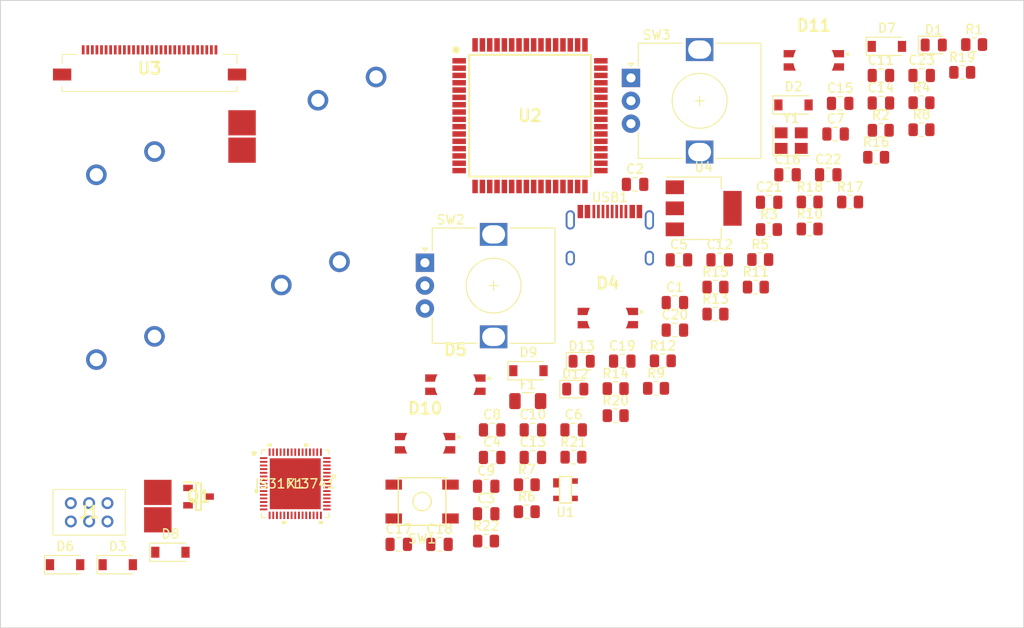
<source format=kicad_pcb>
(kicad_pcb (version 20211014) (generator pcbnew)
  (layers (0 "F.Cu" signal) (31 "B.Cu" signal) (34 "B.Paste" user) (35 "F.Paste" user) (36 "B.SilkS" user "B.Silkscreen") (37 "F.SilkS" user "F.Silkscreen") (38 "B.Mask" user) (39 "F.Mask" user) (44 "Edge.Cuts" user))
  (net 0 "")
  (net 1 "Net-(C1-Pad1)")
  (net 2 "GND")
  (net 3 "XTAL1")
  (net 4 "VCC")
  (net 5 "Net-(C3-Pad2)")
  (net 6 "XTAL2")
  (net 7 "+5V")
  (net 8 "Net-(C15-Pad1)")
  (net 9 "Net-(C15-Pad2)")
  (net 10 "Net-(C16-Pad1)")
  (net 11 "Net-(C16-Pad2)")
  (net 12 "3.3V")
  (net 13 "Net-(C22-Pad2)")
  (net 14 "Net-(C23-Pad2)")
  (net 15 "Net-(D1-Pad2)")
  (net 16 "ROT1_ROW")
  (net 17 "Net-(D2-Pad2)")
  (net 18 "ROT2_ROW")
  (net 19 "Net-(D3-Pad2)")
  (net 20 "CS1_B")
  (net 21 "CS2_G")
  (net 22 "CS3_R")
  (net 23 "SW1")
  (net 24 "SW2")
  (net 25 "Net-(D6-Pad2)")
  (net 26 "Net-(D7-Pad2)")
  (net 27 "Net-(D8-Pad2)")
  (net 28 "Net-(D9-Pad2)")
  (net 29 "CS4_B")
  (net 30 "CS5_G")
  (net 31 "CS6_R")
  (net 32 "Net-(D12-Pad2)")
  (net 33 "MISO")
  (net 34 "SCK")
  (net 35 "MOSI")
  (net 36 "RESET")
  (net 37 "COL00")
  (net 38 "COL01")
  (net 39 "SCL_3.3")
  (net 40 "SDA")
  (net 41 "D-")
  (net 42 "Net-(R3-Pad2)")
  (net 43 "D+")
  (net 44 "Net-(R4-Pad2)")
  (net 45 "Net-(R5-Pad2)")
  (net 46 "Net-(R6-Pad2)")
  (net 47 "Net-(R7-Pad1)")
  (net 48 "SCL")
  (net 49 "Net-(R10-Pad1)")
  (net 50 "Net-(R11-Pad1)")
  (net 51 "Net-(R12-Pad1)")
  (net 52 "Net-(R13-Pad1)")
  (net 53 "Net-(R14-Pad1)")
  (net 54 "Net-(R15-Pad1)")
  (net 55 "Net-(R16-Pad2)")
  (net 56 "Net-(R17-Pad2)")
  (net 57 "Net-(R21-Pad2)")
  (net 58 "Net-(D13-PadC)")
  (net 59 "/DC{slash}SA0_3.3V")
  (net 60 "SDA_3.3")
  (net 61 "Net-(SJ2-Pad2)")
  (net 62 "ENCODER_A1")
  (net 63 "ENCODER_B1")
  (net 64 "ENCODER_A2")
  (net 65 "ENCODER_B2")
  (net 82 "COL02")
  (footprint "Capacitor_SMD:C_0805_2012Metric" (layer "F.Cu") (at 153.13 65.82)
    (fp_text reference "C2" (at 0 -1.68) (layer "F.SilkS"))
    (fp_text value "22pF")
    (pad "1" smd roundrect (at -0.95 0) (size 1 1.45) (layers "F.Cu" "F.Paste" "F.Mask") (net 2 "GND"))
    (pad "2" smd roundrect (at 0.95 0) (size 1 1.45) (layers "F.Cu" "F.Paste" "F.Mask") (net 3 "XTAL1"))
  )
  (footprint "Capacitor_SMD:C_0805_2012Metric" (layer "F.Cu") (at 169.78 64.77)
    (fp_text reference "C16" (at 0 -1.68) (layer "F.SilkS"))
    (fp_text value "2.2uF")
    (pad "1" smd roundrect (at -0.95 0) (size 1 1.45) (layers "F.Cu" "F.Paste" "F.Mask") (net 10 "Net-(C16-Pad1)"))
    (pad "2" smd roundrect (at 0.95 0) (size 1 1.45) (layers "F.Cu" "F.Paste" "F.Mask") (net 11 "Net-(C16-Pad2)"))
  )
  (footprint "Capacitor_SMD:C_0805_2012Metric" (layer "F.Cu") (at 136.87 101.83)
    (fp_text reference "C3" (at 0 -1.68) (layer "F.SilkS"))
    (fp_text value "1uF")
    (pad "1" smd roundrect (at -0.95 0) (size 1 1.45) (layers "F.Cu" "F.Paste" "F.Mask") (net 4 "VCC"))
    (pad "2" smd roundrect (at 0.95 0) (size 1 1.45) (layers "F.Cu" "F.Paste" "F.Mask") (net 5 "Net-(C3-Pad2)"))
  )
  (footprint "Resistor_SMD:R_0805_2012Metric" (layer "F.Cu") (at 136.85 104.81)
    (fp_text reference "R22" (at 0 -1.65) (layer "F.SilkS"))
    (fp_text value "10K")
    (pad "1" smd roundrect (at -0.9125 0) (size 1.025 1.4) (layers "F.Cu" "F.Paste" "F.Mask") (roundrect_rratio 0.243902) (net 58 "Net-(D13-PadC)"))
    (pad "2" smd roundrect (at 0.9125 0) (size 1.025 1.4) (layers "F.Cu" "F.Paste" "F.Mask") (roundrect_rratio 0.243902) (net 2 "GND"))
  )
  (footprint "Capacitor_SMD:C_0805_2012Metric" (layer "F.Cu") (at 175.03 60.32)
    (fp_text reference "C7" (at 0 -1.68) (layer "F.SilkS"))
    (fp_text value "10uF")
    (pad "1" smd roundrect (at -0.95 0) (size 1 1.45) (layers "F.Cu" "F.Paste" "F.Mask") (net 4 "VCC"))
    (pad "2" smd roundrect (at 0.95 0) (size 1 1.45) (layers "F.Cu" "F.Paste" "F.Mask") (net 2 "GND"))
  )
  (footprint "Capacitor_SMD:C_0805_2012Metric" (layer "F.Cu") (at 157.48 81.75)
    (fp_text reference "C20" (at 0 -1.68) (layer "F.SilkS"))
    (fp_text value "10uF")
    (pad "1" smd roundrect (at -0.95 0) (size 1 1.45) (layers "F.Cu" "F.Paste" "F.Mask") (net 12 "3.3V"))
    (pad "2" smd roundrect (at 0.95 0) (size 1 1.45) (layers "F.Cu" "F.Paste" "F.Mask") (net 2 "GND"))
  )
  (footprint "Resistor_SMD:R_0805_2012Metric" (layer "F.Cu") (at 156.16 85.11)
    (fp_text reference "R12" (at 0 -1.65) (layer "F.SilkS"))
    (fp_text value "51")
    (pad "1" smd roundrect (at -0.9125 0) (size 1.025 1.4) (layers "F.Cu" "F.Paste" "F.Mask") (roundrect_rratio 0.243902) (net 51 "Net-(R12-Pad1)"))
    (pad "2" smd roundrect (at 0.9125 0) (size 1.025 1.4) (layers "F.Cu" "F.Paste" "F.Mask") (roundrect_rratio 0.243902) (net 22 "CS3_R"))
  )
  (footprint "Breadboard:IS31FL3741-QFLS4-TR" (layer "F.Cu") (at 116.016999 98.546999)
    (fp_text reference "X1" (at 0 0) (layer "F.SilkS"))
    (fp_text value "IS31FL3741" (at 0 0) (layer "F.SilkS"))
    (fp_text user "*" (at -4.491 -3) (layer "F.SilkS"))
    (fp_text user "*" (at -4.491 -3) (layer "F.SilkS"))
    (pad "1" smd rect (at -3.452 -2.799999 90) (size 0.204 0.807999) (layers "F.Cu" "F.Paste" "F.Mask"))
    (pad "2" smd rect (at -3.452 -2.4 90) (size 0.204 0.807999) (layers "F.Cu" "F.Paste" "F.Mask"))
    (pad "3" smd rect (at -3.452 -2.000001 90) (size 0.204 0.807999) (layers "F.Cu" "F.Paste" "F.Mask"))
    (pad "4" smd rect (at -3.452 -1.599999 90) (size 0.204 0.807999) (layers "F.Cu" "F.Paste" "F.Mask"))
    (pad "5" smd rect (at -3.452 -1.2 90) (size 0.204 0.807999) (layers "F.Cu" "F.Paste" "F.Mask"))
    (pad "6" smd rect (at -3.452 -0.800001 90) (size 0.204 0.807999) (layers "F.Cu" "F.Paste" "F.Mask"))
    (pad "7" smd rect (at -3.452 -0.399999 90) (size 0.204 0.807999) (layers "F.Cu" "F.Paste" "F.Mask"))
    (pad "8" smd rect (at -3.452 0 90) (size 0.204 0.807999) (layers "F.Cu" "F.Paste" "F.Mask") (net 2 "GND"))
    (pad "9" smd rect (at -3.452 0.399999 90) (size 0.204 0.807999) (layers "F.Cu" "F.Paste" "F.Mask") (net 40 "SDA"))
    (pad "10" smd rect (at -3.452 0.800001 90) (size 0.204 0.807999) (layers "F.Cu" "F.Paste" "F.Mask") (net 48 "SCL"))
    (pad "11" smd rect (at -3.452 1.2 90) (size 0.204 0.807999) (layers "F.Cu" "F.Paste" "F.Mask") (net 55 "Net-(R16-Pad2)"))
    (pad "12" smd rect (at -3.452 1.599999 90) (size 0.204 0.807999) (layers "F.Cu" "F.Paste" "F.Mask") (net 2 "GND"))
    (pad "13" smd rect (at -3.452 1.999999 90) (size 0.204 0.807999) (layers "F.Cu" "F.Paste" "F.Mask") (net 56 "Net-(R17-Pad2)"))
    (pad "14" smd rect (at -3.452 2.4 90) (size 0.204 0.807999) (layers "F.Cu" "F.Paste" "F.Mask") (net 4 "VCC"))
    (pad "15" smd rect (at -3.452 2.799999 90) (size 0.204 0.807999) (layers "F.Cu" "F.Paste" "F.Mask") (net 4 "VCC"))
    (pad "16" smd rect (at -2.799999 3.452) (size 0.204 0.807999) (layers "F.Cu" "F.Paste" "F.Mask") (net 23 "SW1"))
    (pad "17" smd rect (at -2.4 3.452) (size 0.204 0.807999) (layers "F.Cu" "F.Paste" "F.Mask") (net 24 "SW2"))
    (pad "18" smd rect (at -2.000001 3.452) (size 0.204 0.807999) (layers "F.Cu" "F.Paste" "F.Mask"))
    (pad "19" smd rect (at -1.599999 3.452) (size 0.204 0.807999) (layers "F.Cu" "F.Paste" "F.Mask"))
    (pad "20" smd rect (at -1.2 3.452) (size 0.204 0.807999) (layers "F.Cu" "F.Paste" "F.Mask"))
    (pad "21" smd rect (at -0.800001 3.452) (size 0.204 0.807999) (layers "F.Cu" "F.Paste" "F.Mask"))
    (pad "22" smd rect (at -0.399999 3.452) (size 0.204 0.807999) (layers "F.Cu" "F.Paste" "F.Mask"))
    (pad "23" smd rect (at 0 3.452) (size 0.204 0.807999) (layers "F.Cu" "F.Paste" "F.Mask"))
    (pad "24" smd rect (at 0.399999 3.452) (size 0.204 0.807999) (layers "F.Cu" "F.Paste" "F.Mask"))
    (pad "25" smd rect (at 0.800001 3.452) (size 0.204 0.807999) (layers "F.Cu" "F.Paste" "F.Mask") (net 4 "VCC"))
    (pad "26" smd rect (at 1.2 3.452) (size 0.204 0.807999) (layers "F.Cu" "F.Paste" "F.Mask") (net 49 "Net-(R10-Pad1)"))
    (pad "27" smd rect (at 1.599999 3.452) (size 0.204 0.807999) (layers "F.Cu" "F.Paste" "F.Mask") (net 50 "Net-(R11-Pad1)"))
    (pad "28" smd rect (at 1.999999 3.452) (size 0.204 0.807999) (layers "F.Cu" "F.Paste" "F.Mask") (net 51 "Net-(R12-Pad1)"))
    (pad "29" smd rect (at 2.4 3.452) (size 0.204 0.807999) (layers "F.Cu" "F.Paste" "F.Mask") (net 52 "Net-(R13-Pad1)"))
    (pad "30" smd rect (at 2.799999 3.452) (size 0.204 0.807999) (layers "F.Cu" "F.Paste" "F.Mask") (net 53 "Net-(R14-Pad1)"))
    (pad "31" smd rect (at 3.452 2.799999 90) (size 0.204 0.807999) (layers "F.Cu" "F.Paste" "F.Mask") (net 54 "Net-(R15-Pad1)"))
    (pad "32" smd rect (at 3.452 2.4 90) (size 0.204 0.807999) (layers "F.Cu" "F.Paste" "F.Mask"))
    (pad "33" smd rect (at 3.452 2.000001 90) (size 0.204 0.807999) (layers "F.Cu" "F.Paste" "F.Mask"))
    (pad "34" smd rect (at 3.452 1.599999 90) (size 0.204 0.807999) (layers "F.Cu" "F.Paste" "F.Mask"))
    (pad "35" smd rect (at 3.452 1.2 90) (size 0.204 0.807999) (layers "F.Cu" "F.Paste" "F.Mask"))
    (pad "36" smd rect (at 3.452 0.800001 90) (size 0.204 0.807999) (layers "F.Cu" "F.Paste" "F.Mask") (net 2 "GND"))
    (pad "37" smd rect (at 3.452 0.399999 90) (size 0.204 0.807999) (layers "F.Cu" "F.Paste" "F.Mask"))
    (pad "38" smd rect (at 3.452 0 90) (size 0.204 0.807999) (layers "F.Cu" "F.Paste" "F.Mask"))
    (pad "39" smd rect (at 3.452 -0.399999 90) (size 0.204 0.807999) (layers "F.Cu" "F.Paste" "F.Mask"))
    (pad "40" smd rect (at 3.452 -0.800001 90) (size 0.204 0.807999) (layers "F.Cu" "F.Paste" "F.Mask"))
    (pad "41" smd rect (at 3.452 -1.2 90) (size 0.204 0.807999) (layers "F.Cu" "F.Paste" "F.Mask"))
    (pad "42" smd rect (at 3.452 -1.599999 90) (size 0.204 0.807999) (layers "F.Cu" "F.Paste" "F.Mask"))
    (pad "43" smd rect (at 3.452 -1.999999 90) (size 0.204 0.807999) (layers "F.Cu" "F.Paste" "F.Mask"))
    (pad "44" smd rect (at 3.452 -2.4 90) (size 0.204 0.807999) (layers "F.Cu" "F.Paste" "F.Mask"))
    (pad "45" smd rect (at 3.452 -2.799999 90) (size 0.204 0.807999) (layers "F.Cu" "F.Paste" "F.Mask"))
    (pad "46" smd rect (at 2.799999 -3.452) (size 0.204 0.807999) (layers "F.Cu" "F.Paste" "F.Mask"))
    (pad "47" smd rect (at 2.4 -3.452) (size 0.204 0.807999) (layers "F.Cu" "F.Paste" "F.Mask"))
    (pad "48" smd rect (at 2.000001 -3.452) (size 0.204 0.807999) (layers "F.Cu" "F.Paste" "F.Mask"))
    (pad "49" smd rect (at 1.599999 -3.452) (size 0.204 0.807999) (layers "F.Cu" "F.Paste" "F.Mask"))
    (pad "50" smd rect (at 1.2 -3.452) (size 0.204 0.807999) (layers "F.Cu" "F.Paste" "F.Mask"))
    (pad "51" smd rect (at 0.800001 -3.452) (size 0.204 0.807999) (layers "F.Cu" "F.Paste" "F.Mask"))
    (pad "52" smd rect (at 0.399999 -3.452) (size 0.204 0.807999) (layers "F.Cu" "F.Paste" "F.Mask"))
    (pad "53" smd rect (at 0 -3.452) (size 0.204 0.807999) (layers "F.Cu" "F.Paste" "F.Mask"))
    (pad "54" smd rect (at -0.399999 -3.452) (size 0.204 0.807999) (layers "F.Cu" "F.Paste" "F.Mask"))
    (pad "55" smd rect (at -0.800001 -3.452) (size 0.204 0.807999) (layers "F.Cu" "F.Paste" "F.Mask") (net 2 "GND"))
    (pad "56" smd rect (at -1.2 -3.452) (size 0.204 0.807999) (layers "F.Cu" "F.Paste" "F.Mask"))
    (pad "57" smd rect (at -1.599999 -3.452) (size 0.204 0.807999) (layers "F.Cu" "F.Paste" "F.Mask"))
    (pad "58" smd rect (at -1.999999 -3.452) (size 0.204 0.807999) (layers "F.Cu" "F.Paste" "F.Mask"))
    (pad "59" smd rect (at -2.4 -3.452) (size 0.204 0.807999) (layers "F.Cu" "F.Paste" "F.Mask"))
    (pad "60" smd rect (at -2.799999 -3.452) (size 0.204 0.807999) (layers "F.Cu" "F.Paste" "F.Mask"))
    (pad "61" smd rect (at 0 0) (size 5.5626 5.5626) (layers "F.Cu" "F.Mask"))
  )
  (footprint "Resistor_SMD:R_0805_2012Metric" (layer "F.Cu") (at 190.16 50.54)
    (fp_text reference "R1" (at 0 -1.65) (layer "F.SilkS"))
    (fp_text value "200")
    (pad "1" smd roundrect (at -0.9125 0) (size 1.025 1.4) (layers "F.Cu" "F.Paste" "F.Mask") (roundrect_rratio 0.243902) (net 15 "Net-(D1-Pad2)"))
    (pad "2" smd roundrect (at 0.9125 0) (size 1.025 1.4) (layers "F.Cu" "F.Paste" "F.Mask") (roundrect_rratio 0.243902) (net 4 "VCC"))
  )
  (footprint "Capacitor_SMD:C_0805_2012Metric" (layer "F.Cu") (at 137.52 92.66)
    (fp_text reference "C8" (at 0 -1.68) (layer "F.SilkS"))
    (fp_text value "1uF")
    (pad "1" smd roundrect (at -0.95 0) (size 1 1.45) (layers "F.Cu" "F.Paste" "F.Mask") (net 4 "VCC"))
    (pad "2" smd roundrect (at 0.95 0) (size 1 1.45) (layers "F.Cu" "F.Paste" "F.Mask") (net 2 "GND"))
  )
  (footprint "LED_SMD:LED_0805_2012Metric" (layer "F.Cu") (at 185.75 50.585)
    (fp_text reference "D1" (at 0 -1.65) (layer "F.SilkS"))
    (fp_text value "LED_RED")
    (pad "1" smd roundrect (at -0.9375 0) (size 0.975 1.4) (layers "F.Cu" "F.Paste" "F.Mask") (net 2 "GND"))
    (pad "2" smd roundrect (at 0.9375 0) (size 0.975 1.4) (layers "F.Cu" "F.Paste" "F.Mask") (net 15 "Net-(D1-Pad2)"))
  )
  (footprint "Crystal:Crystal_SMD_3225-4Pin_3.2x2.5mm" (layer "F.Cu") (at 170.18 61.04)
    (fp_text reference "Y1" (at 0 -2.45) (layer "F.SilkS"))
    (fp_text value "16MHz")
    (pad "1" smd rect (at -1.1 0.85) (size 1.4 1.2) (layers "F.Cu" "F.Paste" "F.Mask") (net 3 "XTAL1"))
    (pad "2" smd rect (at 1.1 0.85) (size 1.4 1.2) (layers "F.Cu" "F.Paste" "F.Mask") (net 2 "GND"))
    (pad "3" smd rect (at 1.1 -0.85) (size 1.4 1.2) (layers "F.Cu" "F.Paste" "F.Mask") (net 6 "XTAL2"))
    (pad "4" smd rect (at -1.1 -0.85) (size 1.4 1.2) (layers "F.Cu" "F.Paste" "F.Mask") (net 2 "GND"))
  )
  (footprint "LED_SMD:LED_0805_2012Metric" (layer "F.Cu") (at 147.3 85.155)
    (fp_text reference "D13" (at 0 -1.65) (layer "F.SilkS"))
    (fp_text value "GREEN")
    (pad "1" smd roundrect (at -0.9375 0) (size 0.975 1.4) (layers "F.Cu" "F.Paste" "F.Mask"))
    (pad "2" smd roundrect (at 0.9375 0) (size 0.975 1.4) (layers "F.Cu" "F.Paste" "F.Mask"))
  )
  (footprint "Resistor_SMD:R_0805_2012Metric" (layer "F.Cu") (at 166.32 77.05)
    (fp_text reference "R11" (at 0 -1.65) (layer "F.SilkS"))
    (fp_text value "22")
    (pad "1" smd roundrect (at -0.9125 0) (size 1.025 1.4) (layers "F.Cu" "F.Paste" "F.Mask") (roundrect_rratio 0.243902) (net 50 "Net-(R11-Pad1)"))
    (pad "2" smd roundrect (at 0.9125 0) (size 1.025 1.4) (layers "F.Cu" "F.Paste" "F.Mask") (roundrect_rratio 0.243902) (net 21 "CS2_G"))
  )
  (footprint "Resistor_SMD:R_0805_2012Metric" (layer "F.Cu") (at 166.8 74.04)
    (fp_text reference "R5" (at 0 -1.65) (layer "F.SilkS"))
    (fp_text value "5.1k")
    (pad "1" smd roundrect (at -0.9125 0) (size 1.025 1.4) (layers "F.Cu" "F.Paste" "F.Mask") (roundrect_rratio 0.243902) (net 2 "GND"))
    (pad "2" smd roundrect (at 0.9125 0) (size 1.025 1.4) (layers "F.Cu" "F.Paste" "F.Mask") (roundrect_rratio 0.243902) (net 45 "Net-(R5-Pad2)"))
  )
  (footprint "Diode_SMD:D_SOD-123" (layer "F.Cu") (at 96.63 107.39)
    (fp_text reference "D3" (at 0 -2) (layer "F.SilkS"))
    (fp_text value "SOD-123")
    (pad "1" smd rect (at -1.65 0) (size 0.9 1.2) (layers "F.Cu" "F.Paste" "F.Mask") (net 18 "ROT2_ROW"))
    (pad "2" smd rect (at 1.65 0) (size 0.9 1.2) (layers "F.Cu" "F.Paste" "F.Mask") (net 19 "Net-(D3-Pad2)"))
  )
  (footprint "Resistor_SMD:R_0805_2012Metric" (layer "F.Cu") (at 161.91 80)
    (fp_text reference "R13" (at 0 -1.65) (layer "F.SilkS"))
    (fp_text value "22")
    (pad "1" smd roundrect (at -0.9125 0) (size 1.025 1.4) (layers "F.Cu" "F.Paste" "F.Mask") (roundrect_rratio 0.243902) (net 52 "Net-(R13-Pad1)"))
    (pad "2" smd roundrect (at 0.9125 0) (size 1.025 1.4) (layers "F.Cu" "F.Paste" "F.Mask") (roundrect_rratio 0.243902) (net 29 "CS4_B"))
  )
  (footprint "SamacSys_Parts:MXOnly-1U-NoLED_3Pins" (layer "F.Cu") (at 98.105 67.315)
    (fp_text reference "MX4")
    (fp_text value "MX-NoLED")
    (pad "" np_thru_hole circle locked (at 0 0) (size 3.9878 3.9878) (drill 3.9878) (layers *.Cu *.Mask))
    (pad "1" thru_hole circle locked (at -3.81 -2.54) (size 2.25 2.25) (drill 1.47) (layers *.Cu "B.Mask") (net 38 "COL01"))
    (pad "2" thru_hole circle locked (at 2.54 -5.08) (size 2.25 2.25) (drill 1.47) (layers *.Cu "B.Mask") (net 28 "Net-(D9-Pad2)"))
  )
  (footprint "Resistor_SMD:R_0805_2012Metric" (layer "F.Cu") (at 151.01 91.1)
    (fp_text reference "R20" (at 0 -1.65) (layer "F.SilkS"))
    (fp_text value "10K")
    (pad "1" smd roundrect (at -0.9125 0) (size 1.025 1.4) (layers "F.Cu" "F.Paste" "F.Mask") (roundrect_rratio 0.243902) (net 7 "+5V"))
    (pad "2" smd roundrect (at 0.9125 0) (size 1.025 1.4) (layers "F.Cu" "F.Paste" "F.Mask") (roundrect_rratio 0.243902))
  )
  (footprint "SamacSys_Parts:AT90USB1286-AU" (layer "F.Cu") (at 141.655 58.315)
    (fp_text reference "U2" (at 0 0) (layer "F.SilkS") (effects (font (size 1.27 1.27) (thickness 0.254))))
    (fp_text value "AT90USB1286-AU" hide)
    (pad "1" smd rect locked (at -7.738 -6 90) (size 0.6 1.475) (layers "F.Cu" "F.Paste" "F.Mask"))
    (pad "2" smd rect locked (at -7.738 -5.2 90) (size 0.6 1.475) (layers "F.Cu" "F.Paste" "F.Mask"))
    (pad "3" smd rect locked (at -7.738 -4.4 90) (size 0.6 1.475) (layers "F.Cu" "F.Paste" "F.Mask") (net 7 "+5V"))
    (pad "4" smd rect locked (at -7.738 -3.6 90) (size 0.6 1.475) (layers "F.Cu" "F.Paste" "F.Mask") (net 41 "D-"))
    (pad "5" smd rect locked (at -7.738 -2.8 90) (size 0.6 1.475) (layers "F.Cu" "F.Paste" "F.Mask") (net 43 "D+"))
    (pad "6" smd rect locked (at -7.738 -2 90) (size 0.6 1.475) (layers "F.Cu" "F.Paste" "F.Mask") (net 2 "GND"))
    (pad "7" smd rect locked (at -7.738 -1.2 90) (size 0.6 1.475) (layers "F.Cu" "F.Paste" "F.Mask") (net 1 "Net-(C1-Pad1)"))
    (pad "8" smd rect locked (at -7.738 -0.4 90) (size 0.6 1.475) (layers "F.Cu" "F.Paste" "F.Mask") (net 7 "+5V"))
    (pad "9" smd rect locked (at -7.738 0.4 90) (size 0.6 1.475) (layers "F.Cu" "F.Paste" "F.Mask"))
    (pad "10" smd rect locked (at -7.738 1.2 90) (size 0.6 1.475) (layers "F.Cu" "F.Paste" "F.Mask"))
    (pad "11" smd rect locked (at -7.738 2 90) (size 0.6 1.475) (layers "F.Cu" "F.Paste" "F.Mask") (net 34 "SCK"))
    (pad "12" smd rect locked (at -7.738 2.8 90) (size 0.6 1.475) (layers "F.Cu" "F.Paste" "F.Mask") (net 35 "MOSI"))
    (pad "13" smd rect locked (at -7.738 3.6 90) (size 0.6 1.475) (layers "F.Cu" "F.Paste" "F.Mask") (net 33 "MISO"))
    (pad "14" smd rect locked (at -7.738 4.4 90) (size 0.6 1.475) (layers "F.Cu" "F.Paste" "F.Mask"))
    (pad "15" smd rect locked (at -7.738 5.2 90) (size 0.6 1.475) (layers "F.Cu" "F.Paste" "F.Mask"))
    (pad "16" smd rect locked (at -7.738 6 90) (size 0.6 1.475) (layers "F.Cu" "F.Paste" "F.Mask"))
    (pad "17" smd rect locked (at -6 7.738) (size 0.6 1.475) (layers "F.Cu" "F.Paste" "F.Mask"))
    (pad "18" smd rect locked (at -5.2 7.738) (size 0.6 1.475) (layers "F.Cu" "F.Paste" "F.Mask"))
    (pad "19" smd rect locked (at -4.4 7.738) (size 0.6 1.475) (layers "F.Cu" "F.Paste" "F.Mask"))
    (pad "20" smd rect locked (at -3.6 7.738) (size 0.6 1.475) (layers "F.Cu" "F.Paste" "F.Mask") (net 36 "RESET"))
    (pad "21" smd rect locked (at -2.8 7.738) (size 0.6 1.475) (layers "F.Cu" "F.Paste" "F.Mask") (net 7 "+5V"))
    (pad "22" smd rect locked (at -2 7.738) (size 0.6 1.475) (layers "F.Cu" "F.Paste" "F.Mask") (net 2 "GND"))
    (pad "23" smd rect locked (at -1.2 7.738) (size 0.6 1.475) (layers "F.Cu" "F.Paste" "F.Mask") (net 6 "XTAL2"))
    (pad "24" smd rect locked (at -0.4 7.738) (size 0.6 1.475) (layers "F.Cu" "F.Paste" "F.Mask") (net 3 "XTAL1"))
    (pad "25" smd rect locked (at 0.4 7.738) (size 0.6 1.475) (layers "F.Cu" "F.Paste" "F.Mask") (net 48 "SCL"))
    (pad "26" smd rect locked (at 1.2 7.738) (size 0.6 1.475) (layers "F.Cu" "F.Paste" "F.Mask") (net 40 "SDA"))
    (pad "27" smd rect locked (at 2 7.738) (size 0.6 1.475) (layers "F.Cu" "F.Paste" "F.Mask"))
    (pad "28" smd rect locked (at 2.8 7.738) (size 0.6 1.475) (layers "F.Cu" "F.Paste" "F.Mask"))
    (pad "29" smd rect locked (at 3.6 7.738) (size 0.6 1.475) (layers "F.Cu" "F.Paste" "F.Mask"))
    (pad "30" smd rect locked (at 4.4 7.738) (size 0.6 1.475) (layers "F.Cu" "F.Paste" "F.Mask"))
    (pad "31" smd rect locked (at 5.2 7.738) (size 0.6 1.475) (layers "F.Cu" "F.Paste" "F.Mask"))
    (pad "32" smd rect locked (at 6 7.738) (size 0.6 1.475) (layers "F.Cu" "F.Paste" "F.Mask"))
    (pad "33" smd rect locked (at 7.738 6 90) (size 0.6 1.475) (layers "F.Cu" "F.Paste" "F.Mask") (net 18 "ROT2_ROW"))
    (pad "34" smd rect locked (at 7.738 5.2 90) (size 0.6 1.475) (layers "F.Cu" "F.Paste" "F.Mask") (net 16 "ROT1_ROW"))
    (pad "35" smd rect locked (at 7.738 4.4 90) (size 0.6 1.475) (layers "F.Cu" "F.Paste" "F.Mask") (net 37 "COL00"))
    (pad "36" smd rect locked (at 7.738 3.6 90) (size 0.6 1.475) (layers "F.Cu" "F.Paste" "F.Mask") (net 38 "COL01"))
    (pad "37" smd rect locked (at 7.738 2.8 90) (size 0.6 1.475) (layers "F.Cu" "F.Paste" "F.Mask") (net 82 "COL02"))
    (pad "38" smd rect locked (at 7.738 2 90) (size 0.6 1.475) (layers "F.Cu" "F.Paste" "F.Mask"))
    (pad "39" smd rect locked (at 7.738 1.2 90) (size 0.6 1.475) (layers "F.Cu" "F.Paste" "F.Mask"))
    (pad "40" smd rect locked (at 7.738 0.4 90) (size 0.6 1.475) (layers "F.Cu" "F.Paste" "F.Mask"))
    (pad "41" smd rect locked (at 7.738 -0.4 90) (size 0.6 1.475) (layers "F.Cu" "F.Paste" "F.Mask"))
    (pad "42" smd rect locked (at 7.738 -1.2 90) (size 0.6 1.475) (layers "F.Cu" "F.Paste" "F.Mask"))
    (pad "43" smd rect locked (at 7.738 -2 90) (size 0.6 1.475) (layers "F.Cu" "F.Paste" "F.Mask") (net 47 "Net-(R7-Pad1)"))
    (pad "44" smd rect locked (at 7.738 -2.8 90) (size 0.6 1.475) (layers "F.Cu" "F.Paste" "F.Mask"))
    (pad "45" smd rect locked (at 7.738 -3.6 90) (size 0.6 1.475) (layers "F.Cu" "F.Paste" "F.Mask"))
    (pad "46" smd rect locked (at 7.738 -4.4 90) (size 0.6 1.475) (layers "F.Cu" "F.Paste" "F.Mask"))
    (pad "47" smd rect locked (at 7.738 -5.2 90) (size 0.6 1.475) (layers "F.Cu" "F.Paste" "F.Mask"))
    (pad "48" smd rect locked (at 7.738 -6 90) (size 0.6 1.475) (layers "F.Cu" "F.Paste" "F.Mask"))
    (pad "49" smd rect locked (at 6 -7.738) (size 0.6 1.475) (layers "F.Cu" "F.Paste" "F.Mask"))
    (pad "50" smd rect locked (at 5.2 -7.738) (size 0.6 1.475) (layers "F.Cu" "F.Paste" "F.Mask"))
    (pad "51" smd rect locked (at 4.4 -7.738) (size 0.6 1.475) (layers "F.Cu" "F.Paste" "F.Mask"))
    (pad "52" smd rect locked (at 3.6 -7.738) (size 0.6 1.475) (layers "F.Cu" "F.Paste" "F.Mask") (net 7 "+5V"))
    (pad "53" smd rect locked (at 2.8 -7.738) (size 0.6 1.475) (layers "F.Cu" "F.Paste" "F.Mask") (net 2 "GND"))
    (pad "54" smd rect locked (at 2 -7.738) (size 0.6 1.475) (layers "F.Cu" "F.Paste" "F.Mask"))
    (pad "55" smd rect locked (at 1.2 -7.738) (size 0.6 1.475) (layers "F.Cu" "F.Paste" "F.Mask"))
    (pad "56" smd rect locked (at 0.4 -7.738) (size 0.6 1.475) (layers "F.Cu" "F.Paste" "F.Mask"))
    (pad "57" smd rect locked (at -0.4 -7.738) (size 0.6 1.475) (layers "F.Cu" "F.Paste" "F.Mask"))
    (pad "58" smd rect locked (at -1.2 -7.738) (size 0.6 1.475) (layers "F.Cu" "F.Paste" "F.Mask") (net 65 "ENCODER_B2"))
    (pad "59" smd rect locked (at -2 -7.738) (size 0.6 1.475) (layers "F.Cu" "F.Paste" "F.Mask") (net 64 "ENCODER_A2"))
    (pad "60" smd rect locked (at -2.8 -7.738) (size 0.6 1.475) (layers "F.Cu" "F.Paste" "F.Mask") (net 63 "ENCODER_B1"))
    (pad "61" smd rect locked (at -3.6 -7.738) (size 0.6 1.475) (layers "F.Cu" "F.Paste" "F.Mask") (net 62 "ENCODER_A1"))
    (pad "62" smd rect locked (at -4.4 -7.738) (size 0.6 1.475) (layers "F.Cu" "F.Paste" "F.Mask"))
    (pad "63" smd rect locked (at -5.2 -7.738) (size 0.6 1.475) (layers "F.Cu" "F.Paste" "F.Mask") (net 2 "GND"))
    (pad "64" smd rect locked (at -6 -7.738) (size 0.6 1.475) (layers "F.Cu" "F.Paste" "F.Mask") (net 7 "+5V"))
  )
  (footprint "Diode_SMD:D_SOD-123" (layer "F.Cu") (at 102.38 106.03)
    (fp_text reference "D8" (at 0 -2) (layer "F.SilkS"))
    (fp_text value "SOD-123")
    (pad "1" smd rect (at -1.65 0) (size 0.9 1.2) (layers "F.Cu" "F.Paste" "F.Mask") (net 18 "ROT2_ROW"))
    (pad "2" smd rect (at 1.65 0) (size 0.9 1.2) (layers "F.Cu" "F.Paste" "F.Mask") (net 27 "Net-(D8-Pad2)"))
  )
  (footprint "Resistor_SMD:R_0805_2012Metric" (layer "F.Cu") (at 167.75 70.76)
    (fp_text reference "R3" (at 0 -1.65) (layer "F.SilkS"))
    (fp_text value "22")
    (pad "1" smd roundrect (at -0.9125 0) (size 1.025 1.4) (layers "F.Cu" "F.Paste" "F.Mask") (roundrect_rratio 0.243902) (net 41 "D-"))
    (pad "2" smd roundrect (at 0.9125 0) (size 1.025 1.4) (layers "F.Cu" "F.Paste" "F.Mask") (roundrect_rratio 0.243902) (net 42 "Net-(R3-Pad2)"))
  )
  (footprint "random-keyboard-parts:SKQG-1155865" (layer "F.Cu") (at 129.87 100.49)
    (fp_text reference "SW1" (at 0 4.064) (layer "F.SilkS"))
    (fp_text value "SW_Push")
    (pad "1" smd rect locked (at 3.1 1.85) (size 1.8 1.1) (layers "F.Cu" "F.Paste" "F.Mask") (net 2 "GND"))
    (pad "2" smd rect locked (at -3.1 -1.85) (size 1.8 1.1) (layers "F.Cu" "F.Paste" "F.Mask") (net 36 "RESET"))
    (pad "3" smd rect locked (at 3.1 -1.85) (size 1.8 1.1) (layers "F.Cu" "F.Paste" "F.Mask"))
    (pad "4" smd rect locked (at -3.1 1.85) (size 1.8 1.1) (layers "F.Cu" "F.Paste" "F.Mask"))
  )
  (footprint "Rotary_Encoder:RotaryEncoder_Alps_EC12E_Vertical_H20mm" (layer "F.Cu") (at 130.18 74.39)
    (fp_text reference "SW2" (at 2.8 -4.7) (layer "F.SilkS"))
    (fp_text value "RotaryEncoder_Switch")
    (pad "A" thru_hole rect (at 0 0) (size 2 2) (drill 1) (layers *.Cu *.Mask) (net 62 "ENCODER_A1"))
    (pad "B" thru_hole circle (at 0 5) (size 2 2) (drill 1) (layers *.Cu *.Mask) (net 63 "ENCODER_B1"))
    (pad "C" thru_hole circle (at 0 2.5) (size 2 2) (drill 1) (layers *.Cu *.Mask) (net 2 "GND"))
    (pad "MP" thru_hole rect (at 7.5 8.1) (size 3 2.5) (drill oval 2.5 2) (layers *.Cu *.Mask))
    (pad "MP" thru_hole rect (at 7.5 -3.1) (size 3 2.5) (drill oval 2.5 2) (layers *.Cu *.Mask))
  )
  (footprint "Capacitor_SMD:C_0805_2012Metric" (layer "F.Cu") (at 174.23 64.77)
    (fp_text reference "C22" (at 0 -1.68) (layer "F.SilkS"))
    (fp_text value "10uF")
    (pad "1" smd roundrect (at -0.95 0) (size 1 1.45) (layers "F.Cu" "F.Paste" "F.Mask") (net 2 "GND"))
    (pad "2" smd roundrect (at 0.95 0) (size 1 1.45) (layers "F.Cu" "F.Paste" "F.Mask") (net 13 "Net-(C22-Pad2)"))
  )
  (footprint "SamacSys_Parts:SOT95P240X120-3N" (layer "F.Cu") (at 105.455 99.95)
    (fp_text reference "Q1" (at 0 0) (layer "F.SilkS") (effects (font (size 1.27 1.27) (thickness 0.254))))
    (fp_text value "BSS138" hide)
    (pad "1" smd rect locked (at -1.15 -0.95 90) (size 0.7 1.05) (layers "F.Cu" "F.Paste" "F.Mask") (net 39 "SCL_3.3"))
    (pad "2" smd rect locked (at -1.15 0.95 90) (size 0.7 1.05) (layers "F.Cu" "F.Paste" "F.Mask") (net 12 "3.3V"))
    (pad "3" smd rect locked (at 1.15 0 90) (size 0.7 1.05) (layers "F.Cu" "F.Paste" "F.Mask") (net 40 "SDA"))
  )
  (footprint "Diode_SMD:D_SOD-123" (layer "F.Cu") (at 180.63 50.74)
    (fp_text reference "D7" (at 0 -2) (layer "F.SilkS"))
    (fp_text value "SOD-123")
    (pad "1" smd rect (at -1.65 0) (size 0.9 1.2) (layers "F.Cu" "F.Paste" "F.Mask") (net 16 "ROT1_ROW"))
    (pad "2" smd rect (at 1.65 0) (size 0.9 1.2) (layers "F.Cu" "F.Paste" "F.Mask") (net 26 "Net-(D7-Pad2)"))
  )
  (footprint "Fuse:Fuse_1206_3216Metric" (layer "F.Cu") (at 141.41 89.51)
    (fp_text reference "F1" (at 0 -1.82) (layer "F.SilkS"))
    (fp_text value "1A")
    (pad "1" smd roundrect (at -1.4 0) (size 1.25 1.75) (layers "F.Cu" "F.Paste" "F.Mask") (roundrect_rratio 0.2) (net 7 "+5V"))
    (pad "2" smd roundrect (at 1.4 0) (size 1.25 1.75) (layers "F.Cu" "F.Paste" "F.Mask") (roundrect_rratio 0.2) (net 4 "VCC"))
  )
  (footprint "Capacitor_SMD:C_0805_2012Metric" (layer "F.Cu") (at 127.32 105.17)
    (fp_text reference "C17" (at 0 -1.68) (layer "F.SilkS"))
    (fp_text value "1uF")
    (pad "1" smd roundrect (at -0.95 0) (size 1 1.45) (layers "F.Cu" "F.Paste" "F.Mask") (net 2 "GND"))
    (pad "2" smd roundrect (at 0.95 0) (size 1 1.45) (layers "F.Cu" "F.Paste" "F.Mask") (net 12 "3.3V"))
  )
  (footprint "Type-C:HRO-TYPE-C-31-M-12" (layer "F.Cu") (at 150.375 76.485)
    (fp_text reference "USB1" (at 0 -9.25) (layer "F.SilkS"))
    (fp_text value "HRO-TYPE-C-31-M-12")
    (pad "" np_thru_hole circle locked (at -2.89 -6.25) (size 0.65 0.65) (drill 0.65) (layers *.Cu *.Mask))
    (pad "" np_thru_hole circle locked (at 2.89 -6.25) (size 0.65 0.65) (drill 0.65) (layers *.Cu *.Mask))
    (pad "1" smd rect locked (at -3.225 -7.695) (size 0.6 1.45) (layers "F.Cu" "F.Paste" "F.Mask") (net 2 "GND"))
    (pad "2" smd rect locked (at -2.45 -7.695) (size 0.6 1.45) (layers "F.Cu" "F.Paste" "F.Mask") (net 4 "VCC"))
    (pad "3" smd rect locked (at -1.75 -7.695) (size 0.3 1.45) (layers "F.Cu" "F.Paste" "F.Mask"))
    (pad "4" smd rect locked (at -1.25 -7.695) (size 0.3 1.45) (layers "F.Cu" "F.Paste" "F.Mask") (net 45 "Net-(R5-Pad2)"))
    (pad "5" smd rect locked (at -0.75 -7.695) (size 0.3 1.45) (layers "F.Cu" "F.Paste" "F.Mask") (net 42 "Net-(R3-Pad2)"))
    (pad "6" smd rect locked (at -0.25 -7.695) (size 0.3 1.45) (layers "F.Cu" "F.Paste" "F.Mask") (net 44 "Net-(R4-Pad2)"))
    (pad "7" smd rect locked (at 0.25 -7.695) (size 0.3 1.45) (layers "F.Cu" "F.Paste" "F.Mask") (net 42 "Net-(R3-Pad2)"))
    (pad "8" smd rect locked (at 0.75 -7.695) (size 0.3 1.45) (layers "F.Cu" "F.Paste" "F.Mask") (net 44 "Net-(R4-Pad2)"))
    (pad "9" smd rect locked (at 1.25 -7.695) (size 0.3 1.45) (layers "F.Cu" "F.Paste" "F.Mask"))
    (pad "10" smd rect locked (at 1.75 -7.695) (size 0.3 1.45) (layers "F.Cu" "F.Paste" "F.Mask") (net 46 "Net-(R6-Pad2)"))
    (pad "11" smd rect locked (at 2.45 -7.695) (size 0.6 1.45) (layers "F.Cu" "F.Paste" "F.Mask") (net 4 "VCC"))
    (pad "12" smd rect locked (at 3.225 -7.695) (size 0.6 1.45) (layers "F.Cu" "F.Paste" "F.Mask") (net 2 "GND"))
    (pad "13" thru_hole oval locked (at 4.32 -2.6) (size 1 1.6) (drill oval 0.6 1.2) (layers *.Cu "B.Mask") (net 2 "GND"))
    (pad "13" thru_hole oval locked (at 4.32 -6.78) (size 1 2.1) (drill oval 0.6 1.7) (layers *.Cu "B.Mask") (net 2 "GND"))
    (pad "13" thru_hole oval locked (at -4.32 -2.6) (size 1 1.6) (drill oval 0.6 1.2) (layers *.Cu "B.Mask") (net 2 "GND"))
    (pad "13" thru_hole oval locked (at -4.32 -6.78) (size 1 2.1) (drill oval 0.6 1.7) (layers *.Cu "B.Mask") (net 2 "GND"))
  )
  (footprint "Diode_SMD:D_SOD-123" (layer "F.Cu") (at 141.48 86.19)
    (fp_text reference "D9" (at 0 -2) (layer "F.SilkS"))
    (fp_text value "SOD-123")
    (pad "1" smd rect (at -1.65 0) (size 0.9 1.2) (layers "F.Cu" "F.Paste" "F.Mask") (net 18 "ROT2_ROW"))
    (pad "2" smd rect (at 1.65 0) (size 0.9 1.2) (layers "F.Cu" "F.Paste" "F.Mask") (net 28 "Net-(D9-Pad2)"))
  )
  (footprint "SamacSys_Parts:5051103091" (layer "F.Cu") (at 100.105 53.14)
    (fp_text reference "U3" (at 0 0) (layer "F.SilkS") (effects (font (size 1.27 1.27) (thickness 0.254))))
    (fp_text value "UG-2864HSWEG01" hide)
    (pad "1" smd rect locked (at -7.25 -2.025) (size 0.3 1) (layers "F.Cu" "F.Paste" "F.Mask") (net 2 "GND"))
    (pad "2" smd rect locked (at -6.75 -2.025) (size 0.3 1) (layers "F.Cu" "F.Paste" "F.Mask") (net 9 "Net-(C15-Pad2)"))
    (pad "3" smd rect locked (at -6.25 -2.025) (size 0.3 1) (layers "F.Cu" "F.Paste" "F.Mask") (net 8 "Net-(C15-Pad1)"))
    (pad "4" smd rect locked (at -5.75 -2.025) (size 0.3 1) (layers "F.Cu" "F.Paste" "F.Mask") (net 11 "Net-(C16-Pad2)"))
    (pad "5" smd rect locked (at -5.25 -2.025) (size 0.3 1) (layers "F.Cu" "F.Paste" "F.Mask") (net 10 "Net-(C16-Pad1)"))
    (pad "6" smd rect locked (at -4.75 -2.025) (size 0.3 1) (layers "F.Cu" "F.Paste" "F.Mask") (net 12 "3.3V"))
    (pad "7" smd rect locked (at -4.25 -2.025) (size 0.3 1) (layers "F.Cu" "F.Paste" "F.Mask"))
    (pad "8" smd rect locked (at -3.75 -2.025) (size 0.3 1) (layers "F.Cu" "F.Paste" "F.Mask") (net 2 "GND"))
    (pad "9" smd rect locked (at -3.25 -2.025) (size 0.3 1) (layers "F.Cu" "F.Paste" "F.Mask") (net 12 "3.3V"))
    (pad "10" smd rect locked (at -2.75 -2.025) (size 0.3 1) (layers "F.Cu" "F.Paste" "F.Mask") (net 2 "GND"))
    (pad "11" smd rect locked (at -2.25 -2.025) (size 0.3 1) (layers "F.Cu" "F.Paste" "F.Mask") (net 12 "3.3V"))
    (pad "12" smd rect locked (at -1.75 -2.025) (size 0.3 1) (layers "F.Cu" "F.Paste" "F.Mask") (net 2 "GND"))
    (pad "13" smd rect locked (at -1.25 -2.025) (size 0.3 1) (layers "F.Cu" "F.Paste" "F.Mask"))
    (pad "14" smd rect locked (at -0.75 -2.025) (size 0.3 1) (layers "F.Cu" "F.Paste" "F.Mask") (net 36 "RESET"))
    (pad "15" smd rect locked (at -0.25 -2.025) (size 0.3 1) (layers "F.Cu" "F.Paste" "F.Mask") (net 59 "/DC{slash}SA0_3.3V"))
    (pad "16" smd rect locked (at 0.25 -2.025) (size 0.3 1) (layers "F.Cu" "F.Paste" "F.Mask"))
    (pad "17" smd rect locked (at 0.75 -2.025) (size 0.3 1) (layers "F.Cu" "F.Paste" "F.Mask"))
    (pad "18" smd rect locked (at 1.25 -2.025) (size 0.3 1) (layers "F.Cu" "F.Paste" "F.Mask") (net 39 "SCL_3.3"))
    (pad "19" smd rect locked (at 1.75 -2.025) (size 0.3 1) (layers "F.Cu" "F.Paste" "F.Mask") (net 60 "SDA_3.3"))
    (pad "20" smd rect locked (at 2.25 -2.025) (size 0.3 1) (layers "F.Cu" "F.Paste" "F.Mask") (net 61 "Net-(SJ2-Pad2)"))
    (pad "21" smd rect locked (at 2.75 -2.025) (size 0.3 1) (layers "F.Cu" "F.Paste" "F.Mask"))
    (pad "22" smd rect locked (at 3.25 -2.025) (size 0.3 1) (layers "F.Cu" "F.Paste" "F.Mask"))
    (pad "23" smd rect locked (at 3.75 -2.025) (size 0.3 1) (layers "F.Cu" "F.Paste" "F.Mask"))
    (pad "24" smd rect locked (at 4.25 -2.025) (size 0.3 1) (layers "F.Cu" "F.Paste" "F.Mask"))
    (pad "25" smd rect locked (at 4.75 -2.025) (size 0.3 1) (layers "F.Cu" "F.Paste" "F.Mask"))
    (pad "26" smd rect locked (at 5.25 -2.025) (size 0.3 1) (layers "F.Cu" "F.Paste" "F.Mask") (net 57 "Net-(R21-Pad2)"))
    (pad "27" smd rect locked (at 5.75 -2.025) (size 0.3 1) (layers "F.Cu" "F.Paste" "F.Mask") (net 13 "Net-(C22-Pad2)"))
    (pad "28" smd rect locked (at 6.25 -2.025) (size 0.3 1) (layers "F.Cu" "F.Paste" "F.Mask") (net 14 "Net-(C23-Pad2)"))
    (pad "29" smd rect locked (at 6.75 -2.025) (size 0.3 1) (layers "F.Cu" "F.Paste" "F.Mask") (net 2 "GND"))
    (pad "30" smd rect locked (at 7.25 -2.025) (size 0.3 1) (layers "F.Cu" "F.Paste" "F.Mask") (net 2 "GND"))
    (pad "MP1" smd rect locked (at -9.55 0.675 90) (size 1.3 2) (layers "F.Cu" "F.Paste" "F.Mask"))
    (pad "MP2" smd rect locked (at 9.55 0.675 90) (size 1.3 2) (layers "F.Cu" "F.Paste" "F.Mask"))
  )
  (footprint "Capacitor_SMD:C_0805_2012Metric" (layer "F.Cu") (at 157.92 74.07)
    (fp_text reference "C5" (at 0 -1.68) (layer "F.SilkS"))
    (fp_text value "10uF")
    (pad "1" smd roundrect (at -0.95 0) (size 1 1.45) (layers "F.Cu" "F.Paste" "F.Mask") (net 4 "VCC"))
    (pad "2" smd roundrect (at 0.95 0) (size 1 1.45) (layers "F.Cu" "F.Paste" "F.Mask") (net 2 "GND"))
  )
  (footprint "Capacitor_SMD:C_0805_2012Metric" (layer "F.Cu") (at 136.87 98.82)
    (fp_text reference "C9" (at 0 -1.68) (layer "F.SilkS"))
    (fp_text value "10uF")
    (pad "1" smd roundrect (at -0.95 0) (size 1 1.45) (layers "F.Cu" "F.Paste" "F.Mask") (net 4 "VCC"))
    (pad "2" smd roundrect (at 0.95 0) (size 1 1.45) (layers "F.Cu" "F.Paste" "F.Mask") (net 2 "GND"))
  )
  (footprint "Resistor_SMD:R_0805_2012Metric" (layer "F.Cu") (at 172.2 67.75)
    (fp_text reference "R18" (at 0 -1.65) (layer "F.SilkS"))
    (fp_text value "200")
    (pad "1" smd roundrect (at -0.9125 0) (size 1.025 1.4) (layers "F.Cu" "F.Paste" "F.Mask") (roundrect_rratio 0.243902) (net 32 "Net-(D12-Pad2)"))
    (pad "2" smd roundrect (at 0.9125 0) (size 1.025 1.4) (layers "F.Cu" "F.Paste" "F.Mask") (roundrect_rratio 0.243902) (net 7 "+5V"))
  )
  (footprint "Package_TO_SOT_SMD:SOT-223-3_TabPin2" (layer "F.Cu") (at 160.62 68.44)
    (fp_text reference "U4" (at 0 -4.5) (layer "F.SilkS"))
    (fp_text value "AP2112K-3.3")
    (pad "1" smd rect (at -3.15 -2.3) (size 2 1.5) (layers "F.Cu" "F.Paste" "F.Mask") (net 7 "+5V"))
    (pad "2" smd rect (at -3.15 0) (size 2 1.5) (layers "F.Cu" "F.Paste" "F.Mask") (net 2 "GND"))
    (pad "2" smd rect (at 3.15 0) (size 2 3.8) (layers "F.Cu" "F.Paste" "F.Mask") (net 2 "GND"))
    (pad "3" smd rect (at -3.15 2.3) (size 2 1.5) (layers "F.Cu" "F.Paste" "F.Mask") (net 7 "+5V"))
  )
  (footprint "Resistor_SMD:R_0805_2012Metric" (layer "F.Cu") (at 151.01 88.15)
    (fp_text reference "R14" (at 0 -1.65) (layer "F.SilkS"))
    (fp_text value "22")
    (pad "1" smd roundrect (at -0.9125 0) (size 1.025 1.4) (layers "F.Cu" "F.Paste" "F.Mask") (roundrect_rratio 0.243902) (net 53 "Net-(R14-Pad1)"))
    (pad "2" smd roundrect (at 0.9125 0) (size 1.025 1.4) (layers "F.Cu" "F.Paste" "F.Mask") (roundrect_rratio 0.243902) (net 30 "CS5_G"))
  )
  (footprint "Capacitor_SMD:C_0805_2012Metric" (layer "F.Cu") (at 184.43 53.92)
    (fp_text reference "C23" (at 0 -1.68) (layer "F.SilkS"))
    (fp_text value "10uF")
    (pad "1" smd roundrect (at -0.95 0) (size 1 1.45) (layers "F.Cu" "F.Paste" "F.Mask") (net 2 "GND"))
    (pad "2" smd roundrect (at 0.95 0) (size 1 1.45) (layers "F.Cu" "F.Paste" "F.Mask") (net 14 "Net-(C23-Pad2)"))
  )
  (footprint "SamacSys_Parts:QBLP677R-RGB" (layer "F.Cu") (at 150.155 80.435)
    (fp_text reference "D4" (at 0 -3.81) (layer "F.SilkS") (effects (font (size 1.27 1.27) (thickness 0.254))))
    (fp_text value "LED_BGRA" hide)
    (pad "" np_thru_hole circle locked (at 0 0) (size 4.5 4.5) (drill 4.5) (layers *.Cu *.Mask))
    (pad "1" smd rect locked (at 2.6 -0.725 90) (size 0.8 1.4) (layers "F.Cu" "F.Paste" "F.Mask") (net 20 "CS1_B"))
    (pad "2" smd rect locked (at -2.6 -0.725 90) (size 0.8 1.4) (layers "F.Cu" "F.Paste" "F.Mask") (net 21 "CS2_G"))
    (pad "3" smd rect locked (at -2.6 0.725 90) (size 0.8 1.4) (layers "F.Cu" "F.Paste" "F.Mask") (net 22 "CS3_R"))
    (pad "4" smd rect locked (at 2.6 0.725 90) (size 0.8 1.4) (layers "F.Cu" "F.Paste" "F.Mask") (net 23 "SW1"))
  )
  (footprint "SamacSys_Parts:SWR204NRTND03STGA" (layer "F.Cu") (at 91.505 102.665)
    (fp_text reference "J1" (at 2 -1) (layer "F.SilkS") (effects (font (size 1.27 1.27) (thickness 0.254))))
    (fp_text value "AVR-ISP-6" hide)
    (pad "1" thru_hole circle locked (at 0 0) (size 1.3 1.3) (drill 0.8) (layers *.Cu *.Mask) (net 33 "MISO"))
    (pad "2" thru_hole circle locked (at 0 -2) (size 1.3 1.3) (drill 0.8) (layers *.Cu *.Mask) (net 7 "+5V"))
    (pad "3" thru_hole circle locked (at 2 0) (size 1.3 1.3) (drill 0.8) (layers *.Cu *.Mask) (net 34 "SCK"))
    (pad "4" thru_hole circle locked (at 2 -2) (size 1.3 1.3) (drill 0.8) (layers *.Cu *.Mask) (net 35 "MOSI"))
    (pad "5" thru_hole circle locked (at 4 0) (size 1.3 1.3) (drill 0.8) (layers *.Cu *.Mask) (net 36 "RESET"))
    (pad "6" thru_hole circle locked (at 4 -2) (size 1.3 1.3) (drill 0.8) (layers *.Cu *.Mask) (net 2 "GND"))
  )
  (footprint "Capacitor_SMD:C_0805_2012Metric" (layer "F.Cu") (at 179.98 53.92)
    (fp_text reference "C11" (at 0 -1.68) (layer "F.SilkS"))
    (fp_text value "10uF")
    (pad "1" smd roundrect (at -0.95 0) (size 1 1.45) (layers "F.Cu" "F.Paste" "F.Mask") (net 2 "GND"))
    (pad "2" smd roundrect (at 0.95 0) (size 1 1.45) (layers "F.Cu" "F.Paste" "F.Mask") (net 7 "+5V"))
  )
  (footprint "random-keyboard-parts:Jumper-UserFriendly" (layer "F.Cu") (at 101.005 100.9886)
    (fp_text reference "SJ2")
    (fp_text value "SOLDERJUMPERCLOSED")
    (pad "1" smd rect locked (at 0 -1.4986) (size 3 2.75) (layers "F.Cu" "F.Mask") (net 60 "SDA_3.3"))
    (pad "2" smd rect locked (at 0 1.4986) (size 3 2.75) (layers "F.Cu" "F.Mask") (net 61 "Net-(SJ2-Pad2)"))
  )
  (footprint "SamacSys_Parts:MXOnly-1U-NoLED_3Pins" (layer "F.Cu") (at 122.305 59.165)
    (fp_text reference "MX3")
    (fp_text value "MX-NoLED")
    (pad "" np_thru_hole circle locked (at 0 0) (size 3.9878 3.9878) (drill 3.9878) (layers *.Cu *.Mask))
    (pad "1" thru_hole circle locked (at -3.81 -2.54) (size 2.25 2.25) (drill 1.47) (layers *.Cu "B.Mask") (net 37 "COL00"))
    (pad "2" thru_hole circle locked (at 2.54 -5.08) (size 2.25 2.25) (drill 1.47) (layers *.Cu "B.Mask") (net 27 "Net-(D8-Pad2)"))
  )
  (footprint "Resistor_SMD:R_0805_2012Metric" (layer "F.Cu") (at 179.96 59.91)
    (fp_text reference "R2" (at 0 -1.65) (layer "F.SilkS"))
    (fp_text value "10k")
    (pad "1" smd roundrect (at -0.9125 0) (size 1.025 1.4) (layers "F.Cu" "F.Paste" "F.Mask") (roundrect_rratio 0.243902) (net 7 "+5V"))
    (pad "2" smd roundrect (at 0.9125 0) (size 1.025 1.4) (layers "F.Cu" "F.Paste" "F.Mask") (roundrect_rratio 0.243902) (net 36 "RESET"))
  )
  (footprint "Capacitor_SMD:C_0805_2012Metric" (layer "F.Cu") (at 151.73 85.14)
    (fp_text reference "C19" (at 0 -1.68) (layer "F.SilkS"))
    (fp_text value "10uF")
    (pad "1" smd roundrect (at -0.95 0) (size 1 1.45) (layers "F.Cu" "F.Paste" "F.Mask") (net 7 "+5V"))
    (pad "2" smd roundrect (at 0.95 0) (size 1 1.45) (layers "F.Cu" "F.Paste" "F.Mask") (net 2 "GND"))
  )
  (footprint "random-keyboard-parts:Jumper-UserFriendly" (layer "F.Cu") (at 110.205 60.5886)
    (fp_text reference "SJ1")
    (fp_text value "SOLDERJUMPER")
    (pad "1" smd rect locked (at 0 -1.4986) (size 3 2.75) (layers "F.Cu" "F.Mask") (net 2 "GND"))
    (pad "2" smd rect locked (at 0 1.4986) (size 3 2.75) (layers "F.Cu" "F.Mask") (net 59 "/DC{slash}SA0_3.3V"))
  )
  (footprint "Capacitor_SMD:C_0805_2012Metric" (layer "F.Cu") (at 175.53 56.97)
    (fp_text reference "C15" (at 0 -1.68) (layer "F.SilkS"))
    (fp_text value "2.2uF")
    (pad "1" smd roundrect (at -0.95 0) (size 1 1.45) (layers "F.Cu" "F.Paste" "F.Mask") (net 8 "Net-(C15-Pad1)"))
    (pad "2" smd roundrect (at 0.95 0) (size 1 1.45) (layers "F.Cu" "F.Paste" "F.Mask") (net 9 "Net-(C15-Pad2)"))
  )
  (footprint "Resistor_SMD:R_0805_2012Metric" (layer "F.Cu") (at 141.3 98.65)
    (fp_text reference "R7" (at 0 -1.65) (layer "F.SilkS"))
    (fp_text value "10k")
    (pad "1" smd roundrect (at -0.9125 0) (size 1.025 1.4) (layers "F.Cu" "F.Paste" "F.Mask") (roundrect_rratio 0.243902) (net 47 "Net-(R7-Pad1)"))
    (pad "2" smd roundrect (at 0.9125 0) (size 1.025 1.4) (layers "F.Cu" "F.Paste" "F.Mask") (roundrect_rratio 0.243902) (net 2 "GND"))
  )
  (footprint "Capacitor_SMD:C_0805_2012Metric" (layer "F.Cu") (at 131.77 105.17)
    (fp_text reference "C18" (at 0 -1.68) (layer "F.SilkS"))
    (fp_text value "10uF")
    (pad "1" smd roundrect (at -0.95 0) (size 1 1.45) (layers "F.Cu" "F.Paste" "F.Mask") (net 2 "GND"))
    (pad "2" smd roundrect (at 0.95 0) (size 1 1.45) (layers "F.Cu" "F.Paste" "F.Mask") (net 12 "3.3V"))
  )
  (footprint "Capacitor_SMD:C_0805_2012Metric" (layer "F.Cu") (at 162.37 74.07)
    (fp_text reference "C12" (at 0 -1.68) (layer "F.SilkS"))
    (fp_text value "0.1uF")
    (pad "1" smd roundrect (at -0.95 0) (size 1 1.45) (layers "F.Cu" "F.Paste" "F.Mask") (net 2 "GND"))
    (pad "2" smd roundrect (at 0.95 0) (size 1 1.45) (layers "F.Cu" "F.Paste" "F.Mask") (net 7 "+5V"))
  )
  (footprint "Resistor_SMD:R_0805_2012Metric" (layer "F.Cu") (at 146.4 95.64)
    (fp_text reference "R21" (at 0 -1.65) (layer "F.SilkS"))
    (fp_text value "390K")
    (pad "1" smd roundrect (at -0.9125 0) (size 1.025 1.4) (layers "F.Cu" "F.Paste" "F.Mask") (roundrect_rratio 0.243902) (net 2 "GND"))
    (pad "2" smd roundrect (at 0.9125 0) (size 1.025 1.4) (layers "F.Cu" "F.Paste" "F.Mask") (roundrect_rratio 0.243902) (net 57 "Net-(R21-Pad2)"))
  )
  (footprint "SamacSys_Parts:QBLP677R-RGB" (layer "F.Cu") (at 133.505 87.715)
    (fp_text reference "D5" (at 0 -3.81) (layer "F.SilkS") (effects (font (size 1.27 1.27) (thickness 0.254))))
    (fp_text value "LED_BGRA" hide)
    (pad "" np_thru_hole circle locked (at 0 0) (size 4.5 4.5) (drill 4.5) (layers *.Cu *.Mask))
    (pad "1" smd rect locked (at 2.6 -0.725 90) (size 0.8 1.4) (layers "F.Cu" "F.Paste" "F.Mask") (net 20 "CS1_B"))
    (pad "2" smd rect locked (at -2.6 -0.725 90) (size 0.8 1.4) (layers "F.Cu" "F.Paste" "F.Mask") (net 21 "CS2_G"))
    (pad "3" smd rect locked (at -2.6 0.725 90) (size 0.8 1.4) (layers "F.Cu" "F.Paste" "F.Mask") (net 22 "CS3_R"))
    (pad "4" smd rect locked (at 2.6 0.725 90) (size 0.8 1.4) (layers "F.Cu" "F.Paste" "F.Mask") (net 24 "SW2"))
  )
  (footprint "Capacitor_SMD:C_0805_2012Metric" (layer "F.Cu") (at 146.42 92.66)
    (fp_text reference "C6" (at 0 -1.68) (layer "F.SilkS"))
    (fp_text value "10uF")
    (pad "1" smd roundrect (at -0.95 0) (size 1 1.45) (layers "F.Cu" "F.Paste" "F.Mask") (net 4 "VCC"))
    (pad "2" smd roundrect (at 0.95 0) (size 1 1.45) (layers "F.Cu" "F.Paste" "F.Mask") (net 2 "GND"))
  )
  (footprint "Resistor_SMD:R_0805_2012Metric" (layer "F.Cu") (at 176.61 67.75)
    (fp_text reference "R17" (at 0 -1.65) (layer "F.SilkS"))
    (fp_text value "10K")
    (pad "1" smd roundrect (at -0.9125 0) (size 1.025 1.4) (layers "F.Cu" "F.Paste" "F.Mask") (roundrect_rratio 0.243902) (net 2 "GND"))
    (pad "2" smd roundrect (at 0.9125 0) (size 1.025 1.4) (layers "F.Cu" "F.Paste" "F.Mask") (roundrect_rratio 0.243902) (net 56 "Net-(R17-Pad2)"))
  )
  (footprint "Capacitor_SMD:C_0805_2012Metric" (layer "F.Cu") (at 179.98 56.93)
    (fp_text reference "C14" (at 0 -1.68) (layer "F.SilkS"))
    (fp_text value "0.1uF")
    (pad "1" smd roundrect (at -0.95 0) (size 1 1.45) (layers "F.Cu" "F.Paste" "F.Mask") (net 2 "GND"))
    (pad "2" smd roundrect (at 0.95 0) (size 1 1.45) (layers "F.Cu" "F.Paste" "F.Mask") (net 7 "+5V"))
  )
  (footprint "Diode_SMD:D_SOD-123" (layer "F.Cu") (at 90.88 107.39)
    (fp_text reference "D6" (at 0 -2) (layer "F.SilkS"))
    (fp_text value "SOD-123")
    (pad "1" smd rect (at -1.65 0) (size 0.9 1.2) (layers "F.Cu" "F.Paste" "F.Mask") (net 16 "ROT1_ROW"))
    (pad "2" smd rect (at 1.65 0) (size 0.9 1.2) (layers "F.Cu" "F.Paste" "F.Mask") (net 25 "Net-(D6-Pad2)"))
  )
  (footprint "Capacitor_SMD:C_0805_2012Metric" (layer "F.Cu") (at 137.52 95.67)
    (fp_text reference "C4" (at 0 -1.68) (layer "F.SilkS"))
    (fp_text value "22pF")
    (pad "1" smd roundrect (at -0.95 0) (size 1 1.45) (layers "F.Cu" "F.Paste" "F.Mask") (net 2 "GND"))
    (pad "2" smd roundrect (at 0.95 0) (size 1 1.45) (layers "F.Cu" "F.Paste" "F.Mask") (net 6 "XTAL2"))
  )
  (footprint "Resistor_SMD:R_0805_2012Metric" (layer "F.Cu") (at 179.46 62.86)
    (fp_text reference "R16" (at 0 -1.65) (layer "F.SilkS"))
    (fp_text value "100K")
    (pad "1" smd roundrect (at -0.9125 0) (size 1.025 1.4) (layers "F.Cu" "F.Paste" "F.Mask") (roundrect_rratio 0.243902) (net 5 "Net-(C3-Pad2)"))
    (pad "2" smd roundrect (at 0.9125 0) (size 1.025 1.4) (layers "F.Cu" "F.Paste" "F.Mask") (roundrect_rratio 0.243902) (net 55 "Net-(R16-Pad2)"))
  )
  (footprint "Diode_SMD:D_SOD-123" (layer "F.Cu") (at 170.43 57.14)
    (fp_text reference "D2" (at 0 -2) (layer "F.SilkS"))
    (fp_text value "SOD-123")
    (pad "1" smd rect (at -1.65 0) (size 0.9 1.2) (layers "F.Cu" "F.Paste" "F.Mask") (net 16 "ROT1_ROW"))
    (pad "2" smd rect (at 1.65 0) (size 0.9 1.2) (layers "F.Cu" "F.Paste" "F.Mask") (net 17 "Net-(D2-Pad2)"))
  )
  (footprint "Resistor_SMD:R_0805_2012Metric" (layer "F.Cu") (at 161.91 77.05)
    (fp_text reference "R15" (at 0 -1.65) (layer "F.SilkS"))
    (fp_text value "51")
    (pad "1" smd roundrect (at -0.9125 0) (size 1.025 1.4) (layers "F.Cu" "F.Paste" "F.Mask") (roundrect_rratio 0.243902) (net 54 "Net-(R15-Pad1)"))
    (pad "2" smd roundrect (at 0.9125 0) (size 1.025 1.4) (layers "F.Cu" "F.Paste" "F.Mask") (roundrect_rratio 0.243902) (net 31 "CS6_R"))
  )
  (footprint "random-keyboard-parts:SOT143B" (layer "F.Cu") (at 145.53 99.2)
    (fp_text reference "U1" (at 0 2.45) (layer "F.SilkS"))
    (fp_text value "PRTR5V0U2X")
    (pad "1" smd rect locked (at -1 -0.75 270) (size 1 0.7) (layers "F.Cu" "F.Paste" "F.Mask") (net 2 "GND"))
    (pad "2" smd rect locked (at -1 0.95 270) (size 0.6 0.7) (layers "F.Cu" "F.Paste" "F.Mask") (net 44 "Net-(R4-Pad2)"))
    (pad "3" smd rect locked (at 1 0.95 270) (size 0.6 0.7) (layers "F.Cu" "F.Paste" "F.Mask") (net 42 "Net-(R3-Pad2)"))
    (pad "4" smd rect locked (at 1 -0.95 270) (size 0.6 0.7) (layers "F.Cu" "F.Paste" "F.Mask") (net 4 "VCC"))
  )
  (footprint "Capacitor_SMD:C_0805_2012Metric" (layer "F.Cu") (at 167.77 67.78)
    (fp_text reference "C21" (at 0 -1.68) (layer "F.SilkS"))
    (fp_text value "0.1uF")
    (pad "1" smd roundrect (at -0.95 0) (size 1 1.45) (layers "F.Cu" "F.Paste" "F.Mask") (net 12 "3.3V"))
    (pad "2" smd roundrect (at 0.95 0) (size 1 1.45) (layers "F.Cu" "F.Paste" "F.Mask") (net 2 "GND"))
  )
  (footprint "Resistor_SMD:R_0805_2012Metric" (layer "F.Cu") (at 184.41 59.85)
    (fp_text reference "R8" (at 0 -1.65) (layer "F.SilkS"))
    (fp_text value "4.7K")
    (pad "1" smd roundrect (at -0.9125 0) (size 1.025 1.4) (layers "F.Cu" "F.Paste" "F.Mask") (roundrect_rratio 0.243902) (net 48 "SCL"))
    (pad "2" smd roundrect (at 0.9125 0) (size 1.025 1.4) (layers "F.Cu" "F.Paste" "F.Mask") (roundrect_rratio 0.243902) (net 4 "VCC"))
  )
  (footprint "Resistor_SMD:R_0805_2012Metric" (layer "F.Cu") (at 188.86 53.58)
    (fp_text reference "R19" (at 0 -1.65) (layer "F.SilkS"))
    (fp_text value "10K")
    (pad "1" smd roundrect (at -0.9125 0) (size 1.025 1.4) (layers "F.Cu" "F.Paste" "F.Mask") (roundrect_rratio 0.243902) (net 2 "GND"))
    (pad "2" smd roundrect (at 0.9125 0) (size 1.025 1.4) (layers "F.Cu" "F.Paste" "F.Mask") (roundrect_rratio 0.243902) (net 12 "3.3V"))
  )
  (footprint "SamacSys_Parts:QBLP677R-RGB" (layer "F.Cu") (at 130.195 94.115)
    (fp_text reference "D10" (at 0 -3.81) (layer "F.SilkS") (effects (font (size 1.27 1.27) (thickness 0.254))))
    (fp_text value "LED_BGRA" hide)
    (pad "" np_thru_hole circle locked (at 0 0) (size 4.5 4.5) (drill 4.5) (layers *.Cu *.Mask))
    (pad "1" smd rect locked (at 2.6 -0.725 90) (size 0.8 1.4) (layers "F.Cu" "F.Paste" "F.Mask") (net 29 "CS4_B"))
    (pad "2" smd rect locked (at -2.6 -0.725 90) (size 0.8 1.4) (layers "F.Cu" "F.Paste" "F.Mask") (net 30 "CS5_G"))
    (pad "3" smd rect locked (at -2.6 0.725 90) (size 0.8 1.4) (layers "F.Cu" "F.Paste" "F.Mask") (net 31 "CS6_R"))
    (pad "4" smd rect locked (at 2.6 0.725 90) (size 0.8 1.4) (layers "F.Cu" "F.Paste" "F.Mask") (net 23 "SW1"))
  )
  (footprint "SamacSys_Parts:MXOnly-1U-NoLED_3Pins" (layer "F.Cu") (at 118.305 79.365)
    (fp_text reference "MX1")
    (fp_text value "MX-NoLED")
    (pad "" np_thru_hole circle locked (at 0 0) (size 3.9878 3.9878) (drill 3.9878) (layers *.Cu *.Mask))
    (pad "1" thru_hole circle locked (at -3.81 -2.54) (size 2.25 2.25) (drill 1.47) (layers *.Cu "B.Mask") (net 37 "COL00"))
    (pad "2" thru_hole circle locked (at 2.54 -5.08) (size 2.25 2.25) (drill 1.47) (layers *.Cu "B.Mask") (net 25 "Net-(D6-Pad2)"))
  )
  (footprint "SamacSys_Parts:MXOnly-1U-NoLED_3Pins" (layer "F.Cu") (at 98.105 87.515)
    (fp_text reference "MX2")
    (fp_text value "MX-NoLED")
    (pad "" np_thru_hole circle locked (at 0 0) (size 3.9878 3.9878) (drill 3.9878) (layers *.Cu *.Mask))
    (pad "1" thru_hole circle locked (at -3.81 -2.54) (size 2.25 2.25) (drill 1.47) (layers *.Cu "B.Mask") (net 38 "COL01"))
    (pad "2" thru_hole circle locked (at 2.54 -5.08) (size 2.25 2.25) (drill 1.47) (layers *.Cu "B.Mask") (net 26 "Net-(D7-Pad2)"))
  )
  (footprint "Rotary_Encoder:RotaryEncoder_Alps_EC12E_Vertical_H20mm" (layer "F.Cu") (at 152.68 54.19)
    (fp_text reference "SW3" (at 2.8 -4.7) (layer "F.SilkS"))
    (fp_text value "RotaryEncoder_Switch")
    (pad "A" thru_hole rect (at 0 0) (size 2 2) (drill 1) (layers *.Cu *.Mask) (net 64 "ENCODER_A2"))
    (pad "B" thru_hole circle (at 0 5) (size 2 2) (drill 1) (layers *.Cu *.Mask) (net 65 "ENCODER_B2"))
    (pad "C" thru_hole circle (at 0 2.5) (size 2 2) (drill 1) (layers *.Cu *.Mask) (net 2 "GND"))
    (pad "MP" thru_hole rect (at 7.5 -3.1) (size 3 2.5) (drill oval 2.5 2) (layers *.Cu *.Mask))
    (pad "MP" thru_hole rect (at 7.5 8.1) (size 3 2.5) (drill oval 2.5 2) (layers *.Cu *.Mask))
  )
  (footprint "Resistor_SMD:R_0805_2012Metric" (layer "F.Cu") (at 184.41 56.9)
    (fp_text reference "R4" (at 0 -1.65) (layer "F.SilkS"))
    (fp_text value "22")
    (pad "1" smd roundrect (at -0.9125 0) (size 1.025 1.4) (layers "F.Cu" "F.Paste" "F.Mask") (roundrect_rratio 0.243902) (net 43 "D+"))
    (pad "2" smd roundrect (at 0.9125 0) (size 1.025 1.4) (layers "F.Cu" "F.Paste" "F.Mask") (roundrect_rratio 0.243902) (net 44 "Net-(R4-Pad2)"))
  )
  (footprint "Resistor_SMD:R_0805_2012Metric" (layer "F.Cu") (at 141.3 101.6)
    (fp_text reference "R6" (at 0 -1.65) (layer "F.SilkS"))
    (fp_text value "5.1k")
    (pad "1" smd roundrect (at -0.9125 0) (size 1.025 1.4) (layers "F.Cu" "F.Paste" "F.Mask") (roundrect_rratio 0.243902) (net 2 "GND"))
    (pad "2" smd roundrect (at 0.9125 0) (size 1.025 1.4) (layers "F.Cu" "F.Paste" "F.Mask") (roundrect_rratio 0.243902) (net 46 "Net-(R6-Pad2)"))
  )
  (footprint "LED_SMD:LED_0805_2012Metric" (layer "F.Cu") (at 146.6 88.195)
    (fp_text reference "D12" (at 0 -1.65) (layer "F.SilkS"))
    (fp_text value "LED_YELLOW")
    (pad "1" smd roundrect (at -0.9375 0) (size 0.975 1.4) (layers "F.Cu" "F.Paste" "F.Mask") (net 2 "GND"))
    (pad "2" smd roundrect (at 0.9375 0) (size 0.975 1.4) (layers "F.Cu" "F.Paste" "F.Mask") (net 32 "Net-(D12-Pad2)"))
  )
  (footprint "SamacSys_Parts:QBLP677R-RGB" (layer "F.Cu") (at 172.655 52.265)
    (fp_text reference "D11" (at 0 -3.81) (layer "F.SilkS") (effects (font (size 1.27 1.27) (thickness 0.254))))
    (fp_text value "LED_BGRA" hide)
    (pad "" np_thru_hole circle locked (at 0 0) (size 4.5 4.5) (drill 4.5) (layers *.Cu *.Mask))
    (pad "1" smd rect locked (at 2.6 -0.725 90) (size 0.8 1.4) (layers "F.Cu" "F.Paste" "F.Mask") (net 29 "CS4_B"))
    (pad "2" smd rect locked (at -2.6 -0.725 90) (size 0.8 1.4) (layers "F.Cu" "F.Paste" "F.Mask") (net 30 "CS5_G"))
    (pad "3" smd rect locked (at -2.6 0.725 90) (size 0.8 1.4) (layers "F.Cu" "F.Paste" "F.Mask") (net 31 "CS6_R"))
    (pad "4" smd rect locked (at 2.6 0.725 90) (size 0.8 1.4) (layers "F.Cu" "F.Paste" "F.Mask") (net 24 "SW2"))
  )
  (footprint "Capacitor_SMD:C_0805_2012Metric" (layer "F.Cu") (at 141.97 92.66)
    (fp_text reference "C10" (at 0 -1.68) (layer "F.SilkS"))
    (fp_text value "1uF")
    (pad "1" smd roundrect (at -0.95 0) (size 1 1.45) (layers "F.Cu" "F.Paste" "F.Mask") (net 4 "VCC"))
    (pad "2" smd roundrect (at 0.95 0) (size 1 1.45) (layers "F.Cu" "F.Paste" "F.Mask") (net 2 "GND"))
  )
  (footprint "Resistor_SMD:R_0805_2012Metric" (layer "F.Cu") (at 155.42 88.12)
    (fp_text reference "R9" (at 0 -1.65) (layer "F.SilkS"))
    (fp_text value "4.7K")
    (pad "1" smd roundrect (at -0.9125 0) (size 1.025 1.4) (layers "F.Cu" "F.Paste" "F.Mask") (roundrect_rratio 0.243902) (net 40 "SDA"))
    (pad "2" smd roundrect (at 0.9125 0) (size 1.025 1.4) (layers "F.Cu" "F.Paste" "F.Mask") (roundrect_rratio 0.243902) (net 4 "VCC"))
  )
  (footprint "Capacitor_SMD:C_0805_2012Metric" (layer "F.Cu") (at 157.48 78.74)
    (fp_text reference "C1" (at 0 -1.68) (layer "F.SilkS"))
    (fp_text value "1uF")
    (pad "1" smd roundrect (at -0.95 0) (size 1 1.45) (layers "F.Cu" "F.Paste" "F.Mask") (net 1 "Net-(C1-Pad1)"))
    (pad "2" smd roundrect (at 0.95 0) (size 1 1.45) (layers "F.Cu" "F.Paste" "F.Mask") (net 2 "GND"))
  )
  (footprint "Capacitor_SMD:C_0805_2012Metric" (layer "F.Cu") (at 141.97 95.67)
    (fp_text reference "C13" (at 0 -1.68) (layer "F.SilkS"))
    (fp_text value "0.1uF")
    (pad "1" smd roundrect (at -0.95 0) (size 1 1.45) (layers "F.Cu" "F.Paste" "F.Mask") (net 2 "GND"))
    (pad "2" smd roundrect (at 0.95 0) (size 1 1.45) (layers "F.Cu" "F.Paste" "F.Mask") (net 7 "+5V"))
  )
  (footprint "Resistor_SMD:R_0805_2012Metric" (layer "F.Cu") (at 172.2 70.7)
    (fp_text reference "R10" (at 0 -1.65) (layer "F.SilkS"))
    (fp_text value "22")
    (pad "1" smd roundrect (at -0.9125 0) (size 1.025 1.4) (layers "F.Cu" "F.Paste" "F.Mask") (roundrect_rratio 0.243902) (net 49 "Net-(R10-Pad1)"))
    (pad "2" smd roundrect (at 0.9125 0) (size 1.025 1.4) (layers "F.Cu" "F.Paste" "F.Mask") (roundrect_rratio 0.243902) (net 20 "CS1_B"))
  )
  (gr_line (start 195.58 114.3) (end 83.82 114.3) (layer "Edge.Cuts") (width 0.1))
  (gr_line (start 83.82 114.3) (end 83.82 45.72) (layer "Edge.Cuts") (width 0.1))
  (gr_line (start 83.82 45.72) (end 195.58 45.72) (layer "Edge.Cuts") (width 0.1))
  (gr_line (start 195.58 45.72) (end 195.58 114.3) (layer "Edge.Cuts") (width 0.1))
)
</source>
